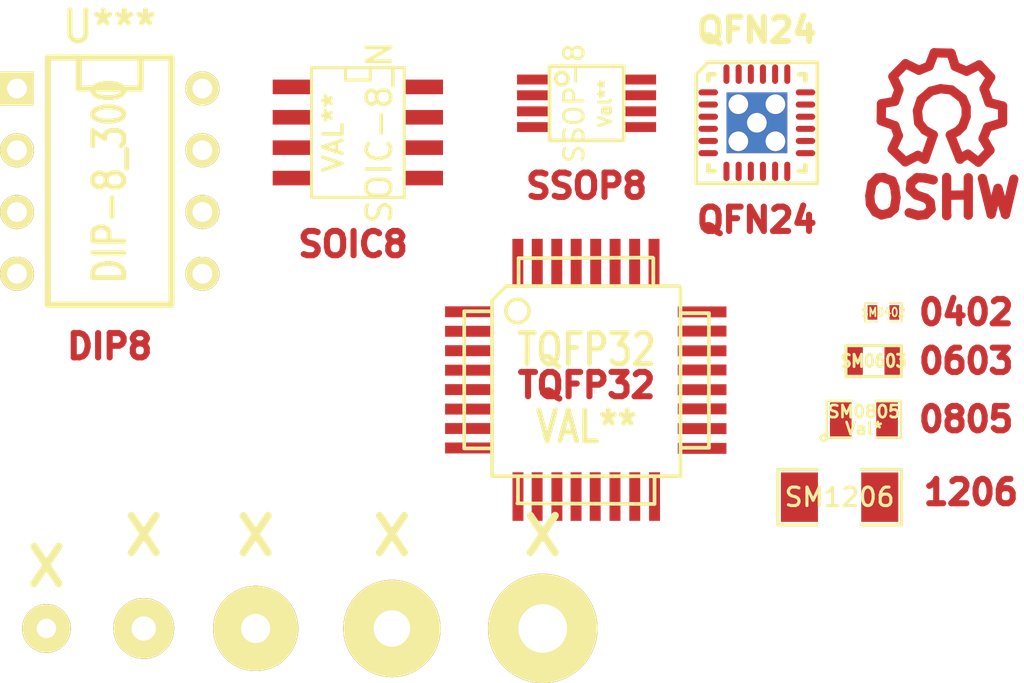
<source format=kicad_pcb>
(kicad_pcb (version 3) (host pcbnew "(2014-01-07 BZR 4610)-product")

  (general
    (links 0)
    (no_connects 0)
    (area 65.816783 66.8022 125.429762 98.215128)
    (thickness 1.6)
    (drawings 9)
    (tracks 0)
    (zones 0)
    (modules 15)
    (nets 1)
  )

  (page A4)
  (layers
    (15 F.Cu signal)
    (0 B.Cu signal)
    (16 B.Adhes user)
    (17 F.Adhes user)
    (18 B.Paste user)
    (19 F.Paste user)
    (20 B.SilkS user)
    (21 F.SilkS user)
    (22 B.Mask user)
    (23 F.Mask user)
    (24 Dwgs.User user)
    (25 Cmts.User user)
    (26 Eco1.User user)
    (27 Eco2.User user)
    (28 Edge.Cuts user)
  )

  (setup
    (last_trace_width 0.254)
    (user_trace_width 0.12)
    (user_trace_width 0.15)
    (user_trace_width 0.21)
    (user_trace_width 0.31)
    (trace_clearance 0.254)
    (zone_clearance 0.508)
    (zone_45_only no)
    (trace_min 0.12)
    (segment_width 0.2)
    (edge_width 0.15)
    (via_size 0.889)
    (via_drill 0.635)
    (via_min_size 0.35)
    (via_min_drill 0.2)
    (user_via 0.35 0.2)
    (user_via 0.55 0.3)
    (user_via 0.65 0.3)
    (user_via 0.85 0.4)
    (uvia_size 0.508)
    (uvia_drill 0.127)
    (uvias_allowed no)
    (uvia_min_size 0.508)
    (uvia_min_drill 0.127)
    (pcb_text_width 0.3)
    (pcb_text_size 1 1)
    (mod_edge_width 0.15)
    (mod_text_size 1 1)
    (mod_text_width 0.15)
    (pad_size 1 1)
    (pad_drill 0.6)
    (pad_to_mask_clearance 0)
    (aux_axis_origin 0 0)
    (visible_elements FFFFF77F)
    (pcbplotparams
      (layerselection 3178497)
      (usegerberextensions true)
      (excludeedgelayer true)
      (linewidth 0.150000)
      (plotframeref false)
      (viasonmask false)
      (mode 1)
      (useauxorigin false)
      (hpglpennumber 1)
      (hpglpenspeed 20)
      (hpglpendiameter 15)
      (hpglpenoverlay 2)
      (psnegative false)
      (psa4output false)
      (plotreference true)
      (plotvalue true)
      (plotothertext true)
      (plotinvisibletext false)
      (padsonsilk false)
      (subtractmaskfromsilk false)
      (outputformat 1)
      (mirror false)
      (drillshape 1)
      (scaleselection 1)
      (outputdirectory ""))
  )

  (net 0 "")

  (net_class Default "Ceci est la Netclass par défaut"
    (clearance 0.254)
    (trace_width 0.254)
    (via_dia 0.889)
    (via_drill 0.635)
    (uvia_dia 0.508)
    (uvia_drill 0.127)
    (add_net "")
  )

  (module SOIC_Packages:SOIC-8_N (layer F.Cu) (tedit 53554618) (tstamp 53554618)
    (at 98.2 72.6 270)
    (descr "module CMS SOJ 8 pins etroit")
    (tags "CMS SOJ")
    (attr smd)
    (fp_text reference SOIC-8_N (at 0 -0.889 270) (layer F.SilkS)
      (effects (font (size 1 1) (thickness 0.15)))
    )
    (fp_text value VAL** (at 0 1.016 270) (layer F.SilkS)
      (effects (font (size 0.8 0.8) (thickness 0.15)))
    )
    (fp_line (start -2.667 1.778) (end -2.667 1.905) (layer F.SilkS) (width 0.127))
    (fp_line (start -2.667 1.905) (end 2.667 1.905) (layer F.SilkS) (width 0.127))
    (fp_line (start 2.667 -1.905) (end -2.667 -1.905) (layer F.SilkS) (width 0.127))
    (fp_line (start -2.667 -1.905) (end -2.667 1.778) (layer F.SilkS) (width 0.127))
    (fp_line (start -2.667 -0.508) (end -2.159 -0.508) (layer F.SilkS) (width 0.127))
    (fp_line (start -2.159 -0.508) (end -2.159 0.508) (layer F.SilkS) (width 0.127))
    (fp_line (start -2.159 0.508) (end -2.667 0.508) (layer F.SilkS) (width 0.127))
    (fp_line (start 2.667 -1.905) (end 2.667 1.905) (layer F.SilkS) (width 0.127))
    (pad 8 smd rect (at -1.875 -2.7 270) (size 0.6 1.6) (layers F.Cu F.Paste F.Mask))
    (pad 1 smd rect (at -1.875 2.7 270) (size 0.6 1.6) (layers F.Cu F.Paste F.Mask))
    (pad 7 smd rect (at -0.625 -2.7 270) (size 0.6 1.6) (layers F.Cu F.Paste F.Mask))
    (pad 6 smd rect (at 0.625 -2.7 270) (size 0.6 1.6) (layers F.Cu F.Paste F.Mask))
    (pad 5 smd rect (at 1.875 -2.7 270) (size 0.6 1.6) (layers F.Cu F.Paste F.Mask))
    (pad 2 smd rect (at -0.625 2.7 270) (size 0.6 1.6) (layers F.Cu F.Paste F.Mask))
    (pad 3 smd rect (at 0.625 2.7 270) (size 0.6 1.6) (layers F.Cu F.Paste F.Mask))
    (pad 4 smd rect (at 1.875 2.7 270) (size 0.6 1.6) (layers F.Cu F.Paste F.Mask))
    (model smd/cms_so8.wrl
      (at (xyz 0 0 0))
      (scale (xyz 0.5 0.32 0.5))
      (rotate (xyz 0 0 0))
    )
  )

  (module SSOP_Packages:SSOP-8 (layer F.Cu) (tedit 53554632) (tstamp 53554632)
    (at 107.6 71.4 270)
    (descr "SSOP 8 pads")
    (tags SSOP)
    (attr smd)
    (fp_text reference SSOP-8 (at 0 0.508 270) (layer F.SilkS)
      (effects (font (size 0.8 0.8) (thickness 0.12)))
    )
    (fp_text value Val** (at 0 -0.762 270) (layer F.SilkS)
      (effects (font (size 0.5 0.508) (thickness 0.12)))
    )
    (fp_circle (center -1.016 1.016) (end -1.016 0.762) (layer F.SilkS) (width 0.1524))
    (fp_line (start 1.524 1.524) (end -1.524 1.524) (layer F.SilkS) (width 0.1524))
    (fp_line (start -1.524 1.524) (end -1.524 -1.524) (layer F.SilkS) (width 0.1524))
    (fp_line (start -1.524 -1.524) (end 1.524 -1.524) (layer F.SilkS) (width 0.1524))
    (fp_line (start 1.524 -1.524) (end 1.524 1.524) (layer F.SilkS) (width 0.1524))
    (pad 1 smd rect (at -0.9779 2.2225 270) (size 0.4064 1.27) (layers F.Cu F.Paste F.Mask))
    (pad 2 smd rect (at -0.3302 2.2225 270) (size 0.4064 1.27) (layers F.Cu F.Paste F.Mask))
    (pad 3 smd rect (at 0.3302 2.2225 270) (size 0.4064 1.27) (layers F.Cu F.Paste F.Mask))
    (pad 4 smd rect (at 0.9779 2.2225 270) (size 0.4064 1.27) (layers F.Cu F.Paste F.Mask))
    (pad 5 smd rect (at 0.9779 -2.2225 270) (size 0.4064 1.27) (layers F.Cu F.Paste F.Mask))
    (pad 6 smd rect (at 0.3302 -2.2225 270) (size 0.4064 1.27) (layers F.Cu F.Paste F.Mask))
    (pad 7 smd rect (at -0.3302 -2.2225 270) (size 0.4064 1.27) (layers F.Cu F.Paste F.Mask))
    (pad 8 smd rect (at -0.9779 -2.2225 270) (size 0.4064 1.27) (layers F.Cu F.Paste F.Mask))
    (model smd/cms_so8.wrl
      (at (xyz 0 0 0))
      (scale (xyz 0.25 0.25 0.25))
      (rotate (xyz 0 0 0))
    )
  )

  (module Sockets_DIP:DIP-8__300 (layer F.Cu) (tedit 5355471F) (tstamp 5355471F)
    (at 88 74.6 270)
    (descr "8 pins DIL package, round pads")
    (tags DIL)
    (fp_text reference U*** (at -6.35 0 360) (layer F.SilkS)
      (effects (font (size 1.27 1.143) (thickness 0.2032)))
    )
    (fp_text value DIP-8_300 (at 0 0 270) (layer F.SilkS)
      (effects (font (size 1.27 1.016) (thickness 0.2032)))
    )
    (fp_line (start -5.08 -1.27) (end -3.81 -1.27) (layer F.SilkS) (width 0.254))
    (fp_line (start -3.81 -1.27) (end -3.81 1.27) (layer F.SilkS) (width 0.254))
    (fp_line (start -3.81 1.27) (end -5.08 1.27) (layer F.SilkS) (width 0.254))
    (fp_line (start -5.08 -2.54) (end 5.08 -2.54) (layer F.SilkS) (width 0.254))
    (fp_line (start 5.08 -2.54) (end 5.08 2.54) (layer F.SilkS) (width 0.254))
    (fp_line (start 5.08 2.54) (end -5.08 2.54) (layer F.SilkS) (width 0.254))
    (fp_line (start -5.08 2.54) (end -5.08 -2.54) (layer F.SilkS) (width 0.254))
    (pad 1 thru_hole rect (at -3.81 3.81 270) (size 1.397 1.397) (drill 0.8128) (layers *.Cu *.Mask F.SilkS))
    (pad 2 thru_hole circle (at -1.27 3.81 270) (size 1.397 1.397) (drill 0.8128) (layers *.Cu *.Mask F.SilkS))
    (pad 3 thru_hole circle (at 1.27 3.81 270) (size 1.397 1.397) (drill 0.8128) (layers *.Cu *.Mask F.SilkS))
    (pad 4 thru_hole circle (at 3.81 3.81 270) (size 1.397 1.397) (drill 0.8128) (layers *.Cu *.Mask F.SilkS))
    (pad 5 thru_hole circle (at 3.81 -3.81 270) (size 1.397 1.397) (drill 0.8128) (layers *.Cu *.Mask F.SilkS))
    (pad 6 thru_hole circle (at 1.27 -3.81 270) (size 1.397 1.397) (drill 0.8128) (layers *.Cu *.Mask F.SilkS))
    (pad 7 thru_hole circle (at -1.27 -3.81 270) (size 1.397 1.397) (drill 0.8128) (layers *.Cu *.Mask F.SilkS))
    (pad 8 thru_hole circle (at -3.81 -3.81 270) (size 1.397 1.397) (drill 0.8128) (layers *.Cu *.Mask F.SilkS))
    (model dil/dil_8.wrl
      (at (xyz 0 0 0))
      (scale (xyz 1 1 1))
      (rotate (xyz 0 0 0))
    )
  )

  (module SMD_Packages:QFN24 (layer F.Cu) (tedit 53557D60) (tstamp 53554757)
    (at 114.6 72.2)
    (fp_text reference QFN24 (at 0 -3.81) (layer F.SilkS)
      (effects (font (size 1.00076 1.00076) (thickness 0.3048)))
    )
    (fp_text value VAL** (at 0 3.81) (layer F.SilkS) hide
      (effects (font (size 1.00076 1.00076) (thickness 0.25019)))
    )
    (fp_line (start -1.99136 -2.4892) (end 2.4892 -2.4892) (layer F.SilkS) (width 0.14986))
    (fp_line (start -2.4892 -1.99136) (end -2.4892 2.4892) (layer F.SilkS) (width 0.14986))
    (fp_line (start -2.4892 -1.99136) (end -1.99136 -2.4892) (layer F.SilkS) (width 0.14986))
    (fp_line (start -1.99136 -1.74244) (end -1.99136 -1.99136) (layer F.SilkS) (width 0.20066))
    (fp_line (start -1.99136 -1.99136) (end -1.74244 -1.99136) (layer F.SilkS) (width 0.20066))
    (fp_line (start -1.74244 1.99136) (end -1.99136 1.99136) (layer F.SilkS) (width 0.20066))
    (fp_line (start -1.99136 1.99136) (end -1.99136 1.74244) (layer F.SilkS) (width 0.20066))
    (fp_line (start 1.99136 1.74244) (end 1.99136 1.99136) (layer F.SilkS) (width 0.20066))
    (fp_line (start 1.99136 1.99136) (end 1.74244 1.99136) (layer F.SilkS) (width 0.20066))
    (fp_line (start 1.74244 -1.99136) (end 1.99136 -1.99136) (layer F.SilkS) (width 0.20066))
    (fp_line (start 1.99136 -1.99136) (end 1.99136 -1.74244) (layer F.SilkS) (width 0.20066))
    (fp_line (start 2.4892 2.4892) (end -2.4892 2.4892) (layer F.SilkS) (width 0.14986))
    (fp_line (start 2.4892 -2.4892) (end 2.4892 2.4892) (layer F.SilkS) (width 0.14986))
    (pad "" smd rect (at 0 0 270) (size 2.49936 2.49936) (layers *.Cu F.Paste F.Mask))
    (pad 1 smd oval (at -1.99898 -1.24968) (size 0.8001 0.24892) (layers F.Cu F.Paste F.Mask))
    (pad 2 smd oval (at -1.99898 -0.7493) (size 0.8001 0.24892) (layers F.Cu F.Paste F.Mask))
    (pad 3 smd oval (at -1.99898 -0.24892) (size 0.8001 0.24892) (layers F.Cu F.Paste F.Mask))
    (pad 4 smd oval (at -1.99898 0.24892) (size 0.8001 0.24892) (layers F.Cu F.Paste F.Mask))
    (pad 5 smd oval (at -1.99898 0.7493) (size 0.8001 0.24892) (layers F.Cu F.Paste F.Mask))
    (pad 6 smd oval (at -1.99898 1.24968) (size 0.8001 0.24892) (layers F.Cu F.Paste F.Mask))
    (pad 7 smd oval (at -1.24968 1.99898 90) (size 0.8001 0.24892) (layers F.Cu F.Paste F.Mask))
    (pad 8 smd oval (at -0.7493 1.99898 90) (size 0.8001 0.24892) (layers F.Cu F.Paste F.Mask))
    (pad 9 smd oval (at -0.24892 1.99898 90) (size 0.8001 0.24892) (layers F.Cu F.Paste F.Mask))
    (pad 10 smd oval (at 0.24892 1.99898 90) (size 0.8001 0.24892) (layers F.Cu F.Paste F.Mask))
    (pad 11 smd oval (at 0.7493 1.99898 90) (size 0.8001 0.24892) (layers F.Cu F.Paste F.Mask))
    (pad 12 smd oval (at 1.24968 1.99898 90) (size 0.8001 0.24892) (layers F.Cu F.Paste F.Mask))
    (pad 13 smd oval (at 1.99898 1.24968 180) (size 0.8001 0.24892) (layers F.Cu F.Paste F.Mask))
    (pad 14 smd oval (at 1.99898 0.7493 180) (size 0.8001 0.24892) (layers F.Cu F.Paste F.Mask))
    (pad 15 smd oval (at 1.99898 0.24892 180) (size 0.8001 0.24892) (layers F.Cu F.Paste F.Mask))
    (pad 16 smd oval (at 1.99898 -0.24892 180) (size 0.8001 0.24892) (layers F.Cu F.Paste F.Mask))
    (pad 17 smd oval (at 1.99898 -0.7493 180) (size 0.8001 0.24892) (layers F.Cu F.Paste F.Mask))
    (pad 18 smd oval (at 1.99898 -1.24968 180) (size 0.8001 0.24892) (layers F.Cu F.Paste F.Mask))
    (pad 19 smd oval (at 1.24968 -1.99898 270) (size 0.8001 0.24892) (layers F.Cu F.Paste F.Mask))
    (pad 20 smd oval (at 0.7493 -1.99898 270) (size 0.8001 0.24892) (layers F.Cu F.Paste F.Mask))
    (pad 21 smd oval (at 0.24892 -1.99898 270) (size 0.8001 0.24892) (layers F.Cu F.Paste F.Mask))
    (pad 22 smd oval (at -0.24892 -1.99898 270) (size 0.8001 0.24892) (layers F.Cu F.Paste F.Mask))
    (pad 23 smd oval (at -0.7493 -1.99898 270) (size 0.8001 0.24892) (layers F.Cu F.Paste F.Mask))
    (pad 24 smd oval (at -1.24968 -1.99898 270) (size 0.8001 0.24892) (layers F.Cu F.Paste F.Mask))
    (pad "" np_thru_hole circle (at 0 0 270) (size 0.8001 0.8001) (drill 0.8001) (layers *.Cu *.SilkS *.Mask))
    (pad "" np_thru_hole circle (at 0.762 -0.762 270) (size 0.8001 0.8001) (drill 0.8001) (layers *.Cu *.SilkS *.Mask))
    (pad "" np_thru_hole circle (at -0.762 -0.762 270) (size 0.8001 0.8001) (drill 0.8001) (layers *.Cu *.SilkS *.Mask))
    (pad "" np_thru_hole circle (at 0.762 0.762 270) (size 0.8001 0.8001) (drill 0.8001) (layers *.Cu *.SilkS *.Mask))
    (pad "" np_thru_hole circle (at -0.762 0.762 270) (size 0.8001 0.8001) (drill 0.8001) (layers *.Cu *.SilkS *.Mask))
    (model smd/qfn24.wrl
      (at (xyz 0 0 0))
      (scale (xyz 1 1 1))
      (rotate (xyz 0 0 0))
    )
  )

  (module SMD_Packages:TQFP32 (layer F.Cu) (tedit 53554942) (tstamp 53554942)
    (at 107.6 82.8)
    (fp_text reference TQFP32 (at 0 -1.27) (layer F.SilkS)
      (effects (font (size 1.27 1.016) (thickness 0.2032)))
    )
    (fp_text value VAL** (at 0 1.905) (layer F.SilkS)
      (effects (font (size 1.27 1.016) (thickness 0.2032)))
    )
    (fp_line (start 5.0292 2.7686) (end 3.8862 2.7686) (layer F.SilkS) (width 0.1524))
    (fp_line (start 5.0292 -2.7686) (end 3.9116 -2.7686) (layer F.SilkS) (width 0.1524))
    (fp_line (start 5.0292 2.7686) (end 5.0292 -2.7686) (layer F.SilkS) (width 0.1524))
    (fp_line (start 2.794 3.9624) (end 2.794 5.0546) (layer F.SilkS) (width 0.1524))
    (fp_line (start -2.8194 3.9878) (end -2.8194 5.0546) (layer F.SilkS) (width 0.1524))
    (fp_line (start -2.8448 5.0546) (end 2.794 5.08) (layer F.SilkS) (width 0.1524))
    (fp_line (start -2.794 -5.0292) (end 2.7178 -5.0546) (layer F.SilkS) (width 0.1524))
    (fp_line (start -3.8862 -3.2766) (end -3.8862 3.9116) (layer F.SilkS) (width 0.1524))
    (fp_line (start 2.7432 -5.0292) (end 2.7432 -3.9878) (layer F.SilkS) (width 0.1524))
    (fp_line (start -3.2512 -3.8862) (end 3.81 -3.8862) (layer F.SilkS) (width 0.1524))
    (fp_line (start 3.8608 3.937) (end 3.8608 -3.7846) (layer F.SilkS) (width 0.1524))
    (fp_line (start -3.8862 3.937) (end 3.7338 3.937) (layer F.SilkS) (width 0.1524))
    (fp_line (start -5.0292 -2.8448) (end -5.0292 2.794) (layer F.SilkS) (width 0.1524))
    (fp_line (start -5.0292 2.794) (end -3.8862 2.794) (layer F.SilkS) (width 0.1524))
    (fp_line (start -3.87604 -3.302) (end -3.29184 -3.8862) (layer F.SilkS) (width 0.1524))
    (fp_line (start -5.02412 -2.8448) (end -3.87604 -2.8448) (layer F.SilkS) (width 0.1524))
    (fp_line (start -2.794 -3.8862) (end -2.794 -5.03428) (layer F.SilkS) (width 0.1524))
    (fp_circle (center -2.83972 -2.86004) (end -2.43332 -2.60604) (layer F.SilkS) (width 0.1524))
    (pad 8 smd rect (at -4.81584 2.77622) (size 1.99898 0.44958) (layers F.Cu F.Paste F.Mask))
    (pad 7 smd rect (at -4.81584 1.97612) (size 1.99898 0.44958) (layers F.Cu F.Paste F.Mask))
    (pad 6 smd rect (at -4.81584 1.17602) (size 1.99898 0.44958) (layers F.Cu F.Paste F.Mask))
    (pad 5 smd rect (at -4.81584 0.37592) (size 1.99898 0.44958) (layers F.Cu F.Paste F.Mask))
    (pad 4 smd rect (at -4.81584 -0.42418) (size 1.99898 0.44958) (layers F.Cu F.Paste F.Mask))
    (pad 3 smd rect (at -4.81584 -1.22428) (size 1.99898 0.44958) (layers F.Cu F.Paste F.Mask))
    (pad 2 smd rect (at -4.81584 -2.02438) (size 1.99898 0.44958) (layers F.Cu F.Paste F.Mask))
    (pad 1 smd rect (at -4.81584 -2.82448) (size 1.99898 0.44958) (layers F.Cu F.Paste F.Mask))
    (pad 24 smd rect (at 4.7498 -2.8194) (size 1.99898 0.44958) (layers F.Cu F.Paste F.Mask))
    (pad 17 smd rect (at 4.7498 2.794) (size 1.99898 0.44958) (layers F.Cu F.Paste F.Mask))
    (pad 18 smd rect (at 4.7498 1.9812) (size 1.99898 0.44958) (layers F.Cu F.Paste F.Mask))
    (pad 19 smd rect (at 4.7498 1.1684) (size 1.99898 0.44958) (layers F.Cu F.Paste F.Mask))
    (pad 20 smd rect (at 4.7498 0.381) (size 1.99898 0.44958) (layers F.Cu F.Paste F.Mask))
    (pad 21 smd rect (at 4.7498 -0.4318) (size 1.99898 0.44958) (layers F.Cu F.Paste F.Mask))
    (pad 22 smd rect (at 4.7498 -1.2192) (size 1.99898 0.44958) (layers F.Cu F.Paste F.Mask))
    (pad 23 smd rect (at 4.7498 -2.032) (size 1.99898 0.44958) (layers F.Cu F.Paste F.Mask))
    (pad 32 smd rect (at -2.82448 -4.826) (size 0.44958 1.99898) (layers F.Cu F.Paste F.Mask))
    (pad 31 smd rect (at -2.02692 -4.826) (size 0.44958 1.99898) (layers F.Cu F.Paste F.Mask))
    (pad 30 smd rect (at -1.22428 -4.826) (size 0.44958 1.99898) (layers F.Cu F.Paste F.Mask))
    (pad 29 smd rect (at -0.42672 -4.826) (size 0.44958 1.99898) (layers F.Cu F.Paste F.Mask))
    (pad 28 smd rect (at 0.37592 -4.826) (size 0.44958 1.99898) (layers F.Cu F.Paste F.Mask))
    (pad 27 smd rect (at 1.17348 -4.826) (size 0.44958 1.99898) (layers F.Cu F.Paste F.Mask))
    (pad 26 smd rect (at 1.97612 -4.826) (size 0.44958 1.99898) (layers F.Cu F.Paste F.Mask))
    (pad 25 smd rect (at 2.77368 -4.826) (size 0.44958 1.99898) (layers F.Cu F.Paste F.Mask))
    (pad 9 smd rect (at -2.8194 4.7752) (size 0.44958 1.99898) (layers F.Cu F.Paste F.Mask))
    (pad 10 smd rect (at -2.032 4.7752) (size 0.44958 1.99898) (layers F.Cu F.Paste F.Mask))
    (pad 11 smd rect (at -1.2192 4.7752) (size 0.44958 1.99898) (layers F.Cu F.Paste F.Mask))
    (pad 12 smd rect (at -0.4318 4.7752) (size 0.44958 1.99898) (layers F.Cu F.Paste F.Mask))
    (pad 13 smd rect (at 0.3556 4.7752) (size 0.44958 1.99898) (layers F.Cu F.Paste F.Mask))
    (pad 14 smd rect (at 1.1684 4.7752) (size 0.44958 1.99898) (layers F.Cu F.Paste F.Mask))
    (pad 15 smd rect (at 1.9812 4.7752) (size 0.44958 1.99898) (layers F.Cu F.Paste F.Mask))
    (pad 16 smd rect (at 2.794 4.7752) (size 0.44958 1.99898) (layers F.Cu F.Paste F.Mask))
    (model smd/tqfp32.wrl
      (at (xyz 0 0 0))
      (scale (xyz 1 1 1))
      (rotate (xyz 0 0 0))
    )
  )

  (module SMD_Packages:SM0402 (layer F.Cu) (tedit 5355498E) (tstamp 53554A8D)
    (at 119.8 80)
    (attr smd)
    (fp_text reference SM0402 (at 0 0) (layer F.SilkS)
      (effects (font (size 0.35052 0.3048) (thickness 0.07112)))
    )
    (fp_text value VAL** (at 0.09906 0) (layer F.SilkS) hide
      (effects (font (size 0.35052 0.3048) (thickness 0.07112)))
    )
    (fp_line (start -0.254 -0.381) (end -0.762 -0.381) (layer F.SilkS) (width 0.07112))
    (fp_line (start -0.762 -0.381) (end -0.762 0.381) (layer F.SilkS) (width 0.07112))
    (fp_line (start -0.762 0.381) (end -0.254 0.381) (layer F.SilkS) (width 0.07112))
    (fp_line (start 0.254 -0.381) (end 0.762 -0.381) (layer F.SilkS) (width 0.07112))
    (fp_line (start 0.762 -0.381) (end 0.762 0.381) (layer F.SilkS) (width 0.07112))
    (fp_line (start 0.762 0.381) (end 0.254 0.381) (layer F.SilkS) (width 0.07112))
    (pad 1 smd rect (at -0.44958 0) (size 0.39878 0.59944) (layers F.Cu F.Paste F.Mask))
    (pad 2 smd rect (at 0.44958 0) (size 0.39878 0.59944) (layers F.Cu F.Paste F.Mask))
    (model smd\chip_cms.wrl
      (at (xyz 0 0 0.002))
      (scale (xyz 0.05 0.05 0.05))
      (rotate (xyz 0 0 0))
    )
  )

  (module SMD_Packages:SM0603 (layer F.Cu) (tedit 53554999) (tstamp 5355499A)
    (at 119.4 82)
    (attr smd)
    (fp_text reference SM0603 (at 0 0) (layer F.SilkS)
      (effects (font (size 0.508 0.4572) (thickness 0.1143)))
    )
    (fp_text value Val** (at 0 0) (layer F.SilkS) hide
      (effects (font (size 0.508 0.4572) (thickness 0.1143)))
    )
    (fp_line (start -1.143 -0.635) (end 1.143 -0.635) (layer F.SilkS) (width 0.127))
    (fp_line (start 1.143 -0.635) (end 1.143 0.635) (layer F.SilkS) (width 0.127))
    (fp_line (start 1.143 0.635) (end -1.143 0.635) (layer F.SilkS) (width 0.127))
    (fp_line (start -1.143 0.635) (end -1.143 -0.635) (layer F.SilkS) (width 0.127))
    (pad 1 smd rect (at -0.762 0) (size 0.635 1.143) (layers F.Cu F.Paste F.Mask))
    (pad 2 smd rect (at 0.762 0) (size 0.635 1.143) (layers F.Cu F.Paste F.Mask))
    (model smd\resistors\R0603.wrl
      (at (xyz 0 0 0.001))
      (scale (xyz 0.5 0.5 0.5))
      (rotate (xyz 0 0 0))
    )
  )

  (module SMD_Packages:SM0805 (layer F.Cu) (tedit 535549A2) (tstamp 535549A4)
    (at 119 84.4)
    (attr smd)
    (fp_text reference SM0805 (at 0 -0.3175) (layer F.SilkS)
      (effects (font (size 0.50038 0.50038) (thickness 0.10922)))
    )
    (fp_text value Val* (at 0 0.381) (layer F.SilkS)
      (effects (font (size 0.50038 0.50038) (thickness 0.10922)))
    )
    (fp_circle (center -1.651 0.762) (end -1.651 0.635) (layer F.SilkS) (width 0.09906))
    (fp_line (start -0.508 0.762) (end -1.524 0.762) (layer F.SilkS) (width 0.09906))
    (fp_line (start -1.524 0.762) (end -1.524 -0.762) (layer F.SilkS) (width 0.09906))
    (fp_line (start -1.524 -0.762) (end -0.508 -0.762) (layer F.SilkS) (width 0.09906))
    (fp_line (start 0.508 -0.762) (end 1.524 -0.762) (layer F.SilkS) (width 0.09906))
    (fp_line (start 1.524 -0.762) (end 1.524 0.762) (layer F.SilkS) (width 0.09906))
    (fp_line (start 1.524 0.762) (end 0.508 0.762) (layer F.SilkS) (width 0.09906))
    (pad 1 smd rect (at -0.9525 0) (size 0.889 1.397) (layers F.Cu F.Paste F.Mask))
    (pad 2 smd rect (at 0.9525 0) (size 0.889 1.397) (layers F.Cu F.Paste F.Mask))
    (model smd/chip_cms.wrl
      (at (xyz 0 0 0))
      (scale (xyz 0.1 0.1 0.1))
      (rotate (xyz 0 0 0))
    )
  )

  (module SMD_Packages:SM1206 (layer F.Cu) (tedit 535549AA) (tstamp 535549B1)
    (at 118 87.6)
    (attr smd)
    (fp_text reference SM1206 (at 0 0) (layer F.SilkS)
      (effects (font (size 0.762 0.762) (thickness 0.127)))
    )
    (fp_text value Val** (at 0 0) (layer F.SilkS) hide
      (effects (font (size 0.762 0.762) (thickness 0.127)))
    )
    (fp_line (start -2.54 -1.143) (end -2.54 1.143) (layer F.SilkS) (width 0.127))
    (fp_line (start -2.54 1.143) (end -0.889 1.143) (layer F.SilkS) (width 0.127))
    (fp_line (start 0.889 -1.143) (end 2.54 -1.143) (layer F.SilkS) (width 0.127))
    (fp_line (start 2.54 -1.143) (end 2.54 1.143) (layer F.SilkS) (width 0.127))
    (fp_line (start 2.54 1.143) (end 0.889 1.143) (layer F.SilkS) (width 0.127))
    (fp_line (start -0.889 -1.143) (end -2.54 -1.143) (layer F.SilkS) (width 0.127))
    (pad 1 smd rect (at -1.651 0) (size 1.524 2.032) (layers F.Cu F.Paste F.Mask))
    (pad 2 smd rect (at 1.651 0) (size 1.524 2.032) (layers F.Cu F.Paste F.Mask))
    (model smd/chip_cms.wrl
      (at (xyz 0 0 0))
      (scale (xyz 0.17 0.16 0.16))
      (rotate (xyz 0 0 0))
    )
  )

  (module Wire_Pads:SolderWirePad_single_0-8mmDrill (layer F.Cu) (tedit 53554A9B) (tstamp 53554A9B)
    (at 85.4 93)
    (fp_text reference X (at 0 -2.54) (layer F.SilkS)
      (effects (font (thickness 0.3048)))
    )
    (fp_text value SolderWirePad_single_0-8mmDrill (at 0 2.54) (layer F.SilkS) hide
      (effects (font (size 1.50114 1.50114) (thickness 0.20066)))
    )
    (pad 1 thru_hole circle (at 0 0) (size 1.99898 1.99898) (drill 0.8001) (layers *.Cu *.Mask F.SilkS))
  )

  (module Wire_Pads:SolderWirePad_single_1-2mmDrill (layer F.Cu) (tedit 53554AAD) (tstamp 53554AAD)
    (at 94 93)
    (fp_text reference X (at 0 -3.81) (layer F.SilkS)
      (effects (font (thickness 0.3048)))
    )
    (fp_text value SolderWirePad_single_1-2mmDrill (at -1.905 3.175) (layer F.SilkS) hide
      (effects (font (size 1.50114 1.50114) (thickness 0.20066)))
    )
    (pad 1 thru_hole circle (at 0 0) (size 3.50012 3.50012) (drill 1.19888) (layers *.Cu *.Mask F.SilkS))
  )

  (module Wire_Pads:SolderWirePad_single_1mmDrill (layer F.Cu) (tedit 53554AB6) (tstamp 53554AB6)
    (at 89.4 93)
    (fp_text reference X (at 0 -3.81) (layer F.SilkS)
      (effects (font (thickness 0.3048)))
    )
    (fp_text value SolderWirePad_single_1mmDrill (at -1.905 3.175) (layer F.SilkS) hide
      (effects (font (size 1.50114 1.50114) (thickness 0.20066)))
    )
    (pad 1 thru_hole circle (at 0 0) (size 2.49936 2.49936) (drill 1.00076) (layers *.Cu *.Mask F.SilkS))
  )

  (module Wire_Pads:SolderWirePad_single_1-5mmDrill (layer F.Cu) (tedit 53554ADD) (tstamp 53554ADD)
    (at 99.6 93)
    (fp_text reference X (at 0 -3.81) (layer F.SilkS)
      (effects (font (thickness 0.3048)))
    )
    (fp_text value SolderWirePad_single_1-5mmDrill (at -0.635 3.81) (layer F.SilkS) hide
      (effects (font (size 1.50114 1.50114) (thickness 0.20066)))
    )
    (pad 1 thru_hole circle (at 0 0) (size 4.0005 4.0005) (drill 1.50114) (layers *.Cu *.Mask F.SilkS))
  )

  (module Wire_Pads:SolderWirePad_single_2mmDrill (layer F.Cu) (tedit 53554AEC) (tstamp 53554AEC)
    (at 105.8 93)
    (fp_text reference X (at 0 -3.81) (layer F.SilkS)
      (effects (font (thickness 0.3048)))
    )
    (fp_text value SolderWirePad_single_2mmDrill (at -0.635 3.81) (layer F.SilkS) hide
      (effects (font (size 1.50114 1.50114) (thickness 0.20066)))
    )
    (pad 1 thru_hole circle (at 0 0) (size 4.50088 4.50088) (drill 1.99898) (layers *.Cu *.Mask F.SilkS))
  )

  (module Footprint_Symbols:Symbol_OSHW-Logo_CopperTop (layer F.Cu) (tedit 53557D58) (tstamp 53557D45)
    (at 122.2 71.8)
    (descr "Symbol, OSHW-Logo, Copper Top,")
    (tags "Symbol, OSHW-Logo, Copper Top,")
    (fp_text reference SYM (at 0.09906 -4.38912) (layer F.SilkS) hide
      (effects (font (thickness 0.3048)))
    )
    (fp_text value Symbol_OSHW-Logo_CopperTop_07Jul2012 (at 0.30988 6.56082) (layer F.SilkS) hide
      (effects (font (thickness 0.3048)))
    )
    (fp_line (start 1.66878 2.68986) (end 2.02946 4.16052) (layer F.Cu) (width 0.381))
    (fp_line (start 2.02946 4.16052) (end 2.30886 3.0988) (layer F.Cu) (width 0.381))
    (fp_line (start 2.30886 3.0988) (end 2.61874 4.17068) (layer F.Cu) (width 0.381))
    (fp_line (start 2.61874 4.17068) (end 2.9591 2.72034) (layer F.Cu) (width 0.381))
    (fp_line (start 0.24892 3.38074) (end 1.03886 3.37058) (layer F.Cu) (width 0.381))
    (fp_line (start 1.03886 3.37058) (end 1.04902 3.38074) (layer F.Cu) (width 0.381))
    (fp_line (start 1.04902 3.38074) (end 1.04902 3.37058) (layer F.Cu) (width 0.381))
    (fp_line (start 1.08966 2.65938) (end 1.08966 4.20116) (layer F.Cu) (width 0.381))
    (fp_line (start 0.20066 2.64922) (end 0.20066 4.21894) (layer F.Cu) (width 0.381))
    (fp_line (start 0.20066 4.21894) (end 0.21082 4.20878) (layer F.Cu) (width 0.381))
    (fp_line (start -0.35052 2.75082) (end -0.70104 2.66954) (layer F.Cu) (width 0.381))
    (fp_line (start -0.70104 2.66954) (end -1.02108 2.65938) (layer F.Cu) (width 0.381))
    (fp_line (start -1.02108 2.65938) (end -1.25984 2.86004) (layer F.Cu) (width 0.381))
    (fp_line (start -1.25984 2.86004) (end -1.29032 3.12928) (layer F.Cu) (width 0.381))
    (fp_line (start -1.29032 3.12928) (end -1.04902 3.37058) (layer F.Cu) (width 0.381))
    (fp_line (start -1.04902 3.37058) (end -0.6604 3.50012) (layer F.Cu) (width 0.381))
    (fp_line (start -0.6604 3.50012) (end -0.48006 3.66014) (layer F.Cu) (width 0.381))
    (fp_line (start -0.48006 3.66014) (end -0.43942 3.95986) (layer F.Cu) (width 0.381))
    (fp_line (start -0.43942 3.95986) (end -0.67056 4.18084) (layer F.Cu) (width 0.381))
    (fp_line (start -0.67056 4.18084) (end -0.9906 4.20878) (layer F.Cu) (width 0.381))
    (fp_line (start -0.9906 4.20878) (end -1.34112 4.09956) (layer F.Cu) (width 0.381))
    (fp_line (start -2.37998 2.64922) (end -2.6289 2.66954) (layer F.Cu) (width 0.381))
    (fp_line (start -2.6289 2.66954) (end -2.8702 2.91084) (layer F.Cu) (width 0.381))
    (fp_line (start -2.8702 2.91084) (end -2.9591 3.40106) (layer F.Cu) (width 0.381))
    (fp_line (start -2.9591 3.40106) (end -2.93116 3.74904) (layer F.Cu) (width 0.381))
    (fp_line (start -2.93116 3.74904) (end -2.7305 4.06908) (layer F.Cu) (width 0.381))
    (fp_line (start -2.7305 4.06908) (end -2.47904 4.191) (layer F.Cu) (width 0.381))
    (fp_line (start -2.47904 4.191) (end -2.16916 4.11988) (layer F.Cu) (width 0.381))
    (fp_line (start -2.16916 4.11988) (end -1.95072 3.93954) (layer F.Cu) (width 0.381))
    (fp_line (start -1.95072 3.93954) (end -1.8796 3.4798) (layer F.Cu) (width 0.381))
    (fp_line (start -1.8796 3.4798) (end -1.9304 3.07086) (layer F.Cu) (width 0.381))
    (fp_line (start -1.9304 3.07086) (end -2.03962 2.78892) (layer F.Cu) (width 0.381))
    (fp_line (start -2.03962 2.78892) (end -2.4003 2.65938) (layer F.Cu) (width 0.381))
    (fp_line (start -1.78054 0.92964) (end -2.03962 1.49098) (layer F.Cu) (width 0.381))
    (fp_line (start -2.03962 1.49098) (end -1.50114 2.00914) (layer F.Cu) (width 0.381))
    (fp_line (start -1.50114 2.00914) (end -0.98044 1.7399) (layer F.Cu) (width 0.381))
    (fp_line (start -0.98044 1.7399) (end -0.70104 1.89992) (layer F.Cu) (width 0.381))
    (fp_line (start 0.73914 1.8796) (end 1.06934 1.6891) (layer F.Cu) (width 0.381))
    (fp_line (start 1.06934 1.6891) (end 1.50876 2.0193) (layer F.Cu) (width 0.381))
    (fp_line (start 1.50876 2.0193) (end 1.9812 1.52908) (layer F.Cu) (width 0.381))
    (fp_line (start 1.9812 1.52908) (end 1.69926 1.04902) (layer F.Cu) (width 0.381))
    (fp_line (start 1.69926 1.04902) (end 1.88976 0.57912) (layer F.Cu) (width 0.381))
    (fp_line (start 1.88976 0.57912) (end 2.49936 0.39116) (layer F.Cu) (width 0.381))
    (fp_line (start 2.49936 0.39116) (end 2.49936 -0.28956) (layer F.Cu) (width 0.381))
    (fp_line (start 2.49936 -0.28956) (end 1.94056 -0.42926) (layer F.Cu) (width 0.381))
    (fp_line (start 1.94056 -0.42926) (end 1.7399 -1.00076) (layer F.Cu) (width 0.381))
    (fp_line (start 1.7399 -1.00076) (end 2.00914 -1.47066) (layer F.Cu) (width 0.381))
    (fp_line (start 2.00914 -1.47066) (end 1.53924 -1.9812) (layer F.Cu) (width 0.381))
    (fp_line (start 1.53924 -1.9812) (end 1.02108 -1.71958) (layer F.Cu) (width 0.381))
    (fp_line (start 1.02108 -1.71958) (end 0.55118 -1.92024) (layer F.Cu) (width 0.381))
    (fp_line (start 0.55118 -1.92024) (end 0.381 -2.46126) (layer F.Cu) (width 0.381))
    (fp_line (start 0.381 -2.46126) (end -0.30988 -2.47904) (layer F.Cu) (width 0.381))
    (fp_line (start -0.30988 -2.47904) (end -0.5207 -1.9304) (layer F.Cu) (width 0.381))
    (fp_line (start -0.5207 -1.9304) (end -0.9398 -1.76022) (layer F.Cu) (width 0.381))
    (fp_line (start -0.9398 -1.76022) (end -1.49098 -2.02946) (layer F.Cu) (width 0.381))
    (fp_line (start -1.49098 -2.02946) (end -2.00914 -1.50114) (layer F.Cu) (width 0.381))
    (fp_line (start -2.00914 -1.50114) (end -1.76022 -0.96012) (layer F.Cu) (width 0.381))
    (fp_line (start -1.76022 -0.96012) (end -1.9304 -0.48006) (layer F.Cu) (width 0.381))
    (fp_line (start -1.9304 -0.48006) (end -2.47904 -0.381) (layer F.Cu) (width 0.381))
    (fp_line (start -2.47904 -0.381) (end -2.4892 0.32004) (layer F.Cu) (width 0.381))
    (fp_line (start -2.4892 0.32004) (end -1.9304 0.5207) (layer F.Cu) (width 0.381))
    (fp_line (start -1.9304 0.5207) (end -1.7907 0.91948) (layer F.Cu) (width 0.381))
    (fp_line (start 0.35052 0.89916) (end 0.65024 0.7493) (layer F.Cu) (width 0.381))
    (fp_line (start 0.65024 0.7493) (end 0.8509 0.55118) (layer F.Cu) (width 0.381))
    (fp_line (start 0.8509 0.55118) (end 1.00076 0.14986) (layer F.Cu) (width 0.381))
    (fp_line (start 1.00076 0.14986) (end 1.00076 -0.24892) (layer F.Cu) (width 0.381))
    (fp_line (start 1.00076 -0.24892) (end 0.8509 -0.59944) (layer F.Cu) (width 0.381))
    (fp_line (start 0.8509 -0.59944) (end 0.39878 -0.94996) (layer F.Cu) (width 0.381))
    (fp_line (start 0.39878 -0.94996) (end -0.0508 -1.00076) (layer F.Cu) (width 0.381))
    (fp_line (start -0.0508 -1.00076) (end -0.44958 -0.89916) (layer F.Cu) (width 0.381))
    (fp_line (start -0.44958 -0.89916) (end -0.8509 -0.55118) (layer F.Cu) (width 0.381))
    (fp_line (start -0.8509 -0.55118) (end -1.00076 -0.09906) (layer F.Cu) (width 0.381))
    (fp_line (start -1.00076 -0.09906) (end -0.94996 0.39878) (layer F.Cu) (width 0.381))
    (fp_line (start -0.94996 0.39878) (end -0.70104 0.70104) (layer F.Cu) (width 0.381))
    (fp_line (start -0.70104 0.70104) (end -0.35052 0.89916) (layer F.Cu) (width 0.381))
    (fp_line (start -0.35052 0.89916) (end -0.70104 1.89992) (layer F.Cu) (width 0.381))
    (fp_line (start 0.35052 0.89916) (end 0.7493 1.89992) (layer F.Cu) (width 0.381))
  )

  (gr_text "1206\n" (at 123.4 87.4) (layer F.Cu)
    (effects (font (size 1 1) (thickness 0.25)))
  )
  (gr_text 0805 (at 123.2 84.4) (layer F.Cu)
    (effects (font (size 1 1) (thickness 0.25)))
  )
  (gr_text 0603 (at 123.2 82) (layer F.Cu)
    (effects (font (size 1 1) (thickness 0.25)))
  )
  (gr_text 0402 (at 123.2 80) (layer F.Cu)
    (effects (font (size 1 1) (thickness 0.25)))
  )
  (gr_text TQFP32 (at 107.6 83) (layer F.Cu)
    (effects (font (size 1 1) (thickness 0.25)))
  )
  (gr_text DIP8 (at 88 81.4) (layer F.Cu)
    (effects (font (size 1 1) (thickness 0.25)))
  )
  (gr_text QFN24 (at 114.6 76.2) (layer F.Cu)
    (effects (font (size 1 1) (thickness 0.25)))
  )
  (gr_text SSOP8 (at 107.6 74.8) (layer F.Cu)
    (effects (font (size 1 1) (thickness 0.25)))
  )
  (gr_text SOIC8 (at 98 77.2) (layer F.Cu)
    (effects (font (size 1 1) (thickness 0.25)))
  )

)

</source>
